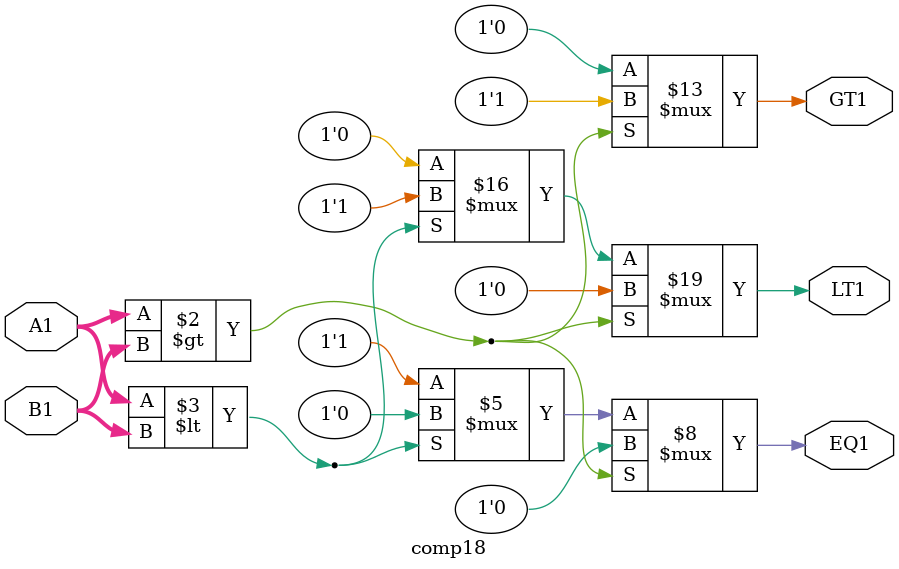
<source format=v>
module comp18 (
    A1,
    B1,
    LT1,
    GT1,
    EQ1
);
  input [17:0] A1, B1;
  output reg LT1, GT1, EQ1;
  always @(A1, B1) begin
    if (A1 > B1) begin
      LT1 <= 0;
      GT1 <= 1;
      EQ1 <= 0;
    end else if (A1 < B1) begin
      LT1 <= 1;
      GT1 <= 0;
      EQ1 <= 0;
    end else begin
      LT1 <= 0;
      GT1 <= 0;
      EQ1 <= 1;
    end
  end
endmodule

</source>
